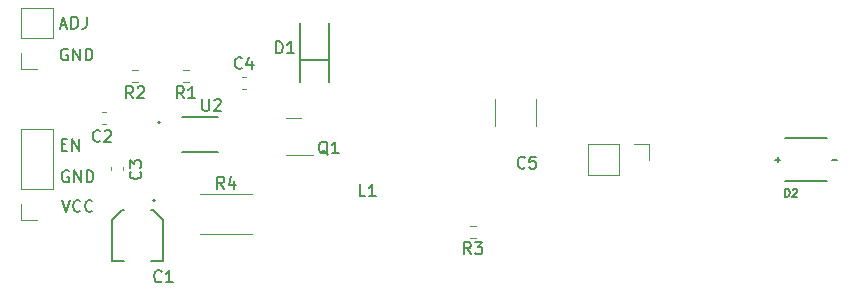
<source format=gbr>
%TF.GenerationSoftware,KiCad,Pcbnew,7.0.10-7.0.10~ubuntu20.04.1*%
%TF.CreationDate,2025-03-29T11:51:34+01:00*%
%TF.ProjectId,uven2-mk3-cc-driver,7576656e-322d-46d6-9b33-2d63632d6472,rev?*%
%TF.SameCoordinates,Original*%
%TF.FileFunction,Legend,Top*%
%TF.FilePolarity,Positive*%
%FSLAX46Y46*%
G04 Gerber Fmt 4.6, Leading zero omitted, Abs format (unit mm)*
G04 Created by KiCad (PCBNEW 7.0.10-7.0.10~ubuntu20.04.1) date 2025-03-29 11:51:34*
%MOMM*%
%LPD*%
G01*
G04 APERTURE LIST*
%ADD10C,0.150000*%
%ADD11C,0.120000*%
%ADD12C,0.200000*%
%ADD13C,0.127000*%
G04 APERTURE END LIST*
D10*
X105070588Y-87637438D02*
X104975350Y-87589819D01*
X104975350Y-87589819D02*
X104832493Y-87589819D01*
X104832493Y-87589819D02*
X104689636Y-87637438D01*
X104689636Y-87637438D02*
X104594398Y-87732676D01*
X104594398Y-87732676D02*
X104546779Y-87827914D01*
X104546779Y-87827914D02*
X104499160Y-88018390D01*
X104499160Y-88018390D02*
X104499160Y-88161247D01*
X104499160Y-88161247D02*
X104546779Y-88351723D01*
X104546779Y-88351723D02*
X104594398Y-88446961D01*
X104594398Y-88446961D02*
X104689636Y-88542200D01*
X104689636Y-88542200D02*
X104832493Y-88589819D01*
X104832493Y-88589819D02*
X104927731Y-88589819D01*
X104927731Y-88589819D02*
X105070588Y-88542200D01*
X105070588Y-88542200D02*
X105118207Y-88494580D01*
X105118207Y-88494580D02*
X105118207Y-88161247D01*
X105118207Y-88161247D02*
X104927731Y-88161247D01*
X105546779Y-88589819D02*
X105546779Y-87589819D01*
X105546779Y-87589819D02*
X106118207Y-88589819D01*
X106118207Y-88589819D02*
X106118207Y-87589819D01*
X106594398Y-88589819D02*
X106594398Y-87589819D01*
X106594398Y-87589819D02*
X106832493Y-87589819D01*
X106832493Y-87589819D02*
X106975350Y-87637438D01*
X106975350Y-87637438D02*
X107070588Y-87732676D01*
X107070588Y-87732676D02*
X107118207Y-87827914D01*
X107118207Y-87827914D02*
X107165826Y-88018390D01*
X107165826Y-88018390D02*
X107165826Y-88161247D01*
X107165826Y-88161247D02*
X107118207Y-88351723D01*
X107118207Y-88351723D02*
X107070588Y-88446961D01*
X107070588Y-88446961D02*
X106975350Y-88542200D01*
X106975350Y-88542200D02*
X106832493Y-88589819D01*
X106832493Y-88589819D02*
X106594398Y-88589819D01*
X104489160Y-85604104D02*
X104965350Y-85604104D01*
X104393922Y-85889819D02*
X104727255Y-84889819D01*
X104727255Y-84889819D02*
X105060588Y-85889819D01*
X105393922Y-85889819D02*
X105393922Y-84889819D01*
X105393922Y-84889819D02*
X105632017Y-84889819D01*
X105632017Y-84889819D02*
X105774874Y-84937438D01*
X105774874Y-84937438D02*
X105870112Y-85032676D01*
X105870112Y-85032676D02*
X105917731Y-85127914D01*
X105917731Y-85127914D02*
X105965350Y-85318390D01*
X105965350Y-85318390D02*
X105965350Y-85461247D01*
X105965350Y-85461247D02*
X105917731Y-85651723D01*
X105917731Y-85651723D02*
X105870112Y-85746961D01*
X105870112Y-85746961D02*
X105774874Y-85842200D01*
X105774874Y-85842200D02*
X105632017Y-85889819D01*
X105632017Y-85889819D02*
X105393922Y-85889819D01*
X106679636Y-84889819D02*
X106679636Y-85604104D01*
X106679636Y-85604104D02*
X106632017Y-85746961D01*
X106632017Y-85746961D02*
X106536779Y-85842200D01*
X106536779Y-85842200D02*
X106393922Y-85889819D01*
X106393922Y-85889819D02*
X106298684Y-85889819D01*
X104566779Y-95696009D02*
X104900112Y-95696009D01*
X105042969Y-96219819D02*
X104566779Y-96219819D01*
X104566779Y-96219819D02*
X104566779Y-95219819D01*
X104566779Y-95219819D02*
X105042969Y-95219819D01*
X105471541Y-96219819D02*
X105471541Y-95219819D01*
X105471541Y-95219819D02*
X106042969Y-96219819D01*
X106042969Y-96219819D02*
X106042969Y-95219819D01*
X105160588Y-97947438D02*
X105065350Y-97899819D01*
X105065350Y-97899819D02*
X104922493Y-97899819D01*
X104922493Y-97899819D02*
X104779636Y-97947438D01*
X104779636Y-97947438D02*
X104684398Y-98042676D01*
X104684398Y-98042676D02*
X104636779Y-98137914D01*
X104636779Y-98137914D02*
X104589160Y-98328390D01*
X104589160Y-98328390D02*
X104589160Y-98471247D01*
X104589160Y-98471247D02*
X104636779Y-98661723D01*
X104636779Y-98661723D02*
X104684398Y-98756961D01*
X104684398Y-98756961D02*
X104779636Y-98852200D01*
X104779636Y-98852200D02*
X104922493Y-98899819D01*
X104922493Y-98899819D02*
X105017731Y-98899819D01*
X105017731Y-98899819D02*
X105160588Y-98852200D01*
X105160588Y-98852200D02*
X105208207Y-98804580D01*
X105208207Y-98804580D02*
X105208207Y-98471247D01*
X105208207Y-98471247D02*
X105017731Y-98471247D01*
X105636779Y-98899819D02*
X105636779Y-97899819D01*
X105636779Y-97899819D02*
X106208207Y-98899819D01*
X106208207Y-98899819D02*
X106208207Y-97899819D01*
X106684398Y-98899819D02*
X106684398Y-97899819D01*
X106684398Y-97899819D02*
X106922493Y-97899819D01*
X106922493Y-97899819D02*
X107065350Y-97947438D01*
X107065350Y-97947438D02*
X107160588Y-98042676D01*
X107160588Y-98042676D02*
X107208207Y-98137914D01*
X107208207Y-98137914D02*
X107255826Y-98328390D01*
X107255826Y-98328390D02*
X107255826Y-98471247D01*
X107255826Y-98471247D02*
X107208207Y-98661723D01*
X107208207Y-98661723D02*
X107160588Y-98756961D01*
X107160588Y-98756961D02*
X107065350Y-98852200D01*
X107065350Y-98852200D02*
X106922493Y-98899819D01*
X106922493Y-98899819D02*
X106684398Y-98899819D01*
X104593922Y-100419819D02*
X104927255Y-101419819D01*
X104927255Y-101419819D02*
X105260588Y-100419819D01*
X106165350Y-101324580D02*
X106117731Y-101372200D01*
X106117731Y-101372200D02*
X105974874Y-101419819D01*
X105974874Y-101419819D02*
X105879636Y-101419819D01*
X105879636Y-101419819D02*
X105736779Y-101372200D01*
X105736779Y-101372200D02*
X105641541Y-101276961D01*
X105641541Y-101276961D02*
X105593922Y-101181723D01*
X105593922Y-101181723D02*
X105546303Y-100991247D01*
X105546303Y-100991247D02*
X105546303Y-100848390D01*
X105546303Y-100848390D02*
X105593922Y-100657914D01*
X105593922Y-100657914D02*
X105641541Y-100562676D01*
X105641541Y-100562676D02*
X105736779Y-100467438D01*
X105736779Y-100467438D02*
X105879636Y-100419819D01*
X105879636Y-100419819D02*
X105974874Y-100419819D01*
X105974874Y-100419819D02*
X106117731Y-100467438D01*
X106117731Y-100467438D02*
X106165350Y-100515057D01*
X107165350Y-101324580D02*
X107117731Y-101372200D01*
X107117731Y-101372200D02*
X106974874Y-101419819D01*
X106974874Y-101419819D02*
X106879636Y-101419819D01*
X106879636Y-101419819D02*
X106736779Y-101372200D01*
X106736779Y-101372200D02*
X106641541Y-101276961D01*
X106641541Y-101276961D02*
X106593922Y-101181723D01*
X106593922Y-101181723D02*
X106546303Y-100991247D01*
X106546303Y-100991247D02*
X106546303Y-100848390D01*
X106546303Y-100848390D02*
X106593922Y-100657914D01*
X106593922Y-100657914D02*
X106641541Y-100562676D01*
X106641541Y-100562676D02*
X106736779Y-100467438D01*
X106736779Y-100467438D02*
X106879636Y-100419819D01*
X106879636Y-100419819D02*
X106974874Y-100419819D01*
X106974874Y-100419819D02*
X107117731Y-100467438D01*
X107117731Y-100467438D02*
X107165350Y-100515057D01*
X118333333Y-99434819D02*
X118000000Y-98958628D01*
X117761905Y-99434819D02*
X117761905Y-98434819D01*
X117761905Y-98434819D02*
X118142857Y-98434819D01*
X118142857Y-98434819D02*
X118238095Y-98482438D01*
X118238095Y-98482438D02*
X118285714Y-98530057D01*
X118285714Y-98530057D02*
X118333333Y-98625295D01*
X118333333Y-98625295D02*
X118333333Y-98768152D01*
X118333333Y-98768152D02*
X118285714Y-98863390D01*
X118285714Y-98863390D02*
X118238095Y-98911009D01*
X118238095Y-98911009D02*
X118142857Y-98958628D01*
X118142857Y-98958628D02*
X117761905Y-98958628D01*
X119190476Y-98768152D02*
X119190476Y-99434819D01*
X118952381Y-98387200D02*
X118714286Y-99101485D01*
X118714286Y-99101485D02*
X119333333Y-99101485D01*
X139233333Y-104984819D02*
X138900000Y-104508628D01*
X138661905Y-104984819D02*
X138661905Y-103984819D01*
X138661905Y-103984819D02*
X139042857Y-103984819D01*
X139042857Y-103984819D02*
X139138095Y-104032438D01*
X139138095Y-104032438D02*
X139185714Y-104080057D01*
X139185714Y-104080057D02*
X139233333Y-104175295D01*
X139233333Y-104175295D02*
X139233333Y-104318152D01*
X139233333Y-104318152D02*
X139185714Y-104413390D01*
X139185714Y-104413390D02*
X139138095Y-104461009D01*
X139138095Y-104461009D02*
X139042857Y-104508628D01*
X139042857Y-104508628D02*
X138661905Y-104508628D01*
X139566667Y-103984819D02*
X140185714Y-103984819D01*
X140185714Y-103984819D02*
X139852381Y-104365771D01*
X139852381Y-104365771D02*
X139995238Y-104365771D01*
X139995238Y-104365771D02*
X140090476Y-104413390D01*
X140090476Y-104413390D02*
X140138095Y-104461009D01*
X140138095Y-104461009D02*
X140185714Y-104556247D01*
X140185714Y-104556247D02*
X140185714Y-104794342D01*
X140185714Y-104794342D02*
X140138095Y-104889580D01*
X140138095Y-104889580D02*
X140090476Y-104937200D01*
X140090476Y-104937200D02*
X139995238Y-104984819D01*
X139995238Y-104984819D02*
X139709524Y-104984819D01*
X139709524Y-104984819D02*
X139614286Y-104937200D01*
X139614286Y-104937200D02*
X139566667Y-104889580D01*
X110633333Y-91784819D02*
X110300000Y-91308628D01*
X110061905Y-91784819D02*
X110061905Y-90784819D01*
X110061905Y-90784819D02*
X110442857Y-90784819D01*
X110442857Y-90784819D02*
X110538095Y-90832438D01*
X110538095Y-90832438D02*
X110585714Y-90880057D01*
X110585714Y-90880057D02*
X110633333Y-90975295D01*
X110633333Y-90975295D02*
X110633333Y-91118152D01*
X110633333Y-91118152D02*
X110585714Y-91213390D01*
X110585714Y-91213390D02*
X110538095Y-91261009D01*
X110538095Y-91261009D02*
X110442857Y-91308628D01*
X110442857Y-91308628D02*
X110061905Y-91308628D01*
X111014286Y-90880057D02*
X111061905Y-90832438D01*
X111061905Y-90832438D02*
X111157143Y-90784819D01*
X111157143Y-90784819D02*
X111395238Y-90784819D01*
X111395238Y-90784819D02*
X111490476Y-90832438D01*
X111490476Y-90832438D02*
X111538095Y-90880057D01*
X111538095Y-90880057D02*
X111585714Y-90975295D01*
X111585714Y-90975295D02*
X111585714Y-91070533D01*
X111585714Y-91070533D02*
X111538095Y-91213390D01*
X111538095Y-91213390D02*
X110966667Y-91784819D01*
X110966667Y-91784819D02*
X111585714Y-91784819D01*
X114920833Y-91784819D02*
X114587500Y-91308628D01*
X114349405Y-91784819D02*
X114349405Y-90784819D01*
X114349405Y-90784819D02*
X114730357Y-90784819D01*
X114730357Y-90784819D02*
X114825595Y-90832438D01*
X114825595Y-90832438D02*
X114873214Y-90880057D01*
X114873214Y-90880057D02*
X114920833Y-90975295D01*
X114920833Y-90975295D02*
X114920833Y-91118152D01*
X114920833Y-91118152D02*
X114873214Y-91213390D01*
X114873214Y-91213390D02*
X114825595Y-91261009D01*
X114825595Y-91261009D02*
X114730357Y-91308628D01*
X114730357Y-91308628D02*
X114349405Y-91308628D01*
X115873214Y-91784819D02*
X115301786Y-91784819D01*
X115587500Y-91784819D02*
X115587500Y-90784819D01*
X115587500Y-90784819D02*
X115492262Y-90927676D01*
X115492262Y-90927676D02*
X115397024Y-91022914D01*
X115397024Y-91022914D02*
X115301786Y-91070533D01*
X107833333Y-95389580D02*
X107785714Y-95437200D01*
X107785714Y-95437200D02*
X107642857Y-95484819D01*
X107642857Y-95484819D02*
X107547619Y-95484819D01*
X107547619Y-95484819D02*
X107404762Y-95437200D01*
X107404762Y-95437200D02*
X107309524Y-95341961D01*
X107309524Y-95341961D02*
X107261905Y-95246723D01*
X107261905Y-95246723D02*
X107214286Y-95056247D01*
X107214286Y-95056247D02*
X107214286Y-94913390D01*
X107214286Y-94913390D02*
X107261905Y-94722914D01*
X107261905Y-94722914D02*
X107309524Y-94627676D01*
X107309524Y-94627676D02*
X107404762Y-94532438D01*
X107404762Y-94532438D02*
X107547619Y-94484819D01*
X107547619Y-94484819D02*
X107642857Y-94484819D01*
X107642857Y-94484819D02*
X107785714Y-94532438D01*
X107785714Y-94532438D02*
X107833333Y-94580057D01*
X108214286Y-94580057D02*
X108261905Y-94532438D01*
X108261905Y-94532438D02*
X108357143Y-94484819D01*
X108357143Y-94484819D02*
X108595238Y-94484819D01*
X108595238Y-94484819D02*
X108690476Y-94532438D01*
X108690476Y-94532438D02*
X108738095Y-94580057D01*
X108738095Y-94580057D02*
X108785714Y-94675295D01*
X108785714Y-94675295D02*
X108785714Y-94770533D01*
X108785714Y-94770533D02*
X108738095Y-94913390D01*
X108738095Y-94913390D02*
X108166667Y-95484819D01*
X108166667Y-95484819D02*
X108785714Y-95484819D01*
X122721905Y-87974819D02*
X122721905Y-86974819D01*
X122721905Y-86974819D02*
X122960000Y-86974819D01*
X122960000Y-86974819D02*
X123102857Y-87022438D01*
X123102857Y-87022438D02*
X123198095Y-87117676D01*
X123198095Y-87117676D02*
X123245714Y-87212914D01*
X123245714Y-87212914D02*
X123293333Y-87403390D01*
X123293333Y-87403390D02*
X123293333Y-87546247D01*
X123293333Y-87546247D02*
X123245714Y-87736723D01*
X123245714Y-87736723D02*
X123198095Y-87831961D01*
X123198095Y-87831961D02*
X123102857Y-87927200D01*
X123102857Y-87927200D02*
X122960000Y-87974819D01*
X122960000Y-87974819D02*
X122721905Y-87974819D01*
X124245714Y-87974819D02*
X123674286Y-87974819D01*
X123960000Y-87974819D02*
X123960000Y-86974819D01*
X123960000Y-86974819D02*
X123864762Y-87117676D01*
X123864762Y-87117676D02*
X123769524Y-87212914D01*
X123769524Y-87212914D02*
X123674286Y-87260533D01*
X113033333Y-107269580D02*
X112985714Y-107317200D01*
X112985714Y-107317200D02*
X112842857Y-107364819D01*
X112842857Y-107364819D02*
X112747619Y-107364819D01*
X112747619Y-107364819D02*
X112604762Y-107317200D01*
X112604762Y-107317200D02*
X112509524Y-107221961D01*
X112509524Y-107221961D02*
X112461905Y-107126723D01*
X112461905Y-107126723D02*
X112414286Y-106936247D01*
X112414286Y-106936247D02*
X112414286Y-106793390D01*
X112414286Y-106793390D02*
X112461905Y-106602914D01*
X112461905Y-106602914D02*
X112509524Y-106507676D01*
X112509524Y-106507676D02*
X112604762Y-106412438D01*
X112604762Y-106412438D02*
X112747619Y-106364819D01*
X112747619Y-106364819D02*
X112842857Y-106364819D01*
X112842857Y-106364819D02*
X112985714Y-106412438D01*
X112985714Y-106412438D02*
X113033333Y-106460057D01*
X113985714Y-107364819D02*
X113414286Y-107364819D01*
X113700000Y-107364819D02*
X113700000Y-106364819D01*
X113700000Y-106364819D02*
X113604762Y-106507676D01*
X113604762Y-106507676D02*
X113509524Y-106602914D01*
X113509524Y-106602914D02*
X113414286Y-106650533D01*
X116488095Y-91854819D02*
X116488095Y-92664342D01*
X116488095Y-92664342D02*
X116535714Y-92759580D01*
X116535714Y-92759580D02*
X116583333Y-92807200D01*
X116583333Y-92807200D02*
X116678571Y-92854819D01*
X116678571Y-92854819D02*
X116869047Y-92854819D01*
X116869047Y-92854819D02*
X116964285Y-92807200D01*
X116964285Y-92807200D02*
X117011904Y-92759580D01*
X117011904Y-92759580D02*
X117059523Y-92664342D01*
X117059523Y-92664342D02*
X117059523Y-91854819D01*
X117488095Y-91950057D02*
X117535714Y-91902438D01*
X117535714Y-91902438D02*
X117630952Y-91854819D01*
X117630952Y-91854819D02*
X117869047Y-91854819D01*
X117869047Y-91854819D02*
X117964285Y-91902438D01*
X117964285Y-91902438D02*
X118011904Y-91950057D01*
X118011904Y-91950057D02*
X118059523Y-92045295D01*
X118059523Y-92045295D02*
X118059523Y-92140533D01*
X118059523Y-92140533D02*
X118011904Y-92283390D01*
X118011904Y-92283390D02*
X117440476Y-92854819D01*
X117440476Y-92854819D02*
X118059523Y-92854819D01*
X165857618Y-100118276D02*
X165857618Y-99478276D01*
X165857618Y-99478276D02*
X166009999Y-99478276D01*
X166009999Y-99478276D02*
X166101428Y-99508752D01*
X166101428Y-99508752D02*
X166162380Y-99569704D01*
X166162380Y-99569704D02*
X166192857Y-99630657D01*
X166192857Y-99630657D02*
X166223333Y-99752561D01*
X166223333Y-99752561D02*
X166223333Y-99843990D01*
X166223333Y-99843990D02*
X166192857Y-99965895D01*
X166192857Y-99965895D02*
X166162380Y-100026847D01*
X166162380Y-100026847D02*
X166101428Y-100087800D01*
X166101428Y-100087800D02*
X166009999Y-100118276D01*
X166009999Y-100118276D02*
X165857618Y-100118276D01*
X166467142Y-99539228D02*
X166497618Y-99508752D01*
X166497618Y-99508752D02*
X166558571Y-99478276D01*
X166558571Y-99478276D02*
X166710952Y-99478276D01*
X166710952Y-99478276D02*
X166771904Y-99508752D01*
X166771904Y-99508752D02*
X166802380Y-99539228D01*
X166802380Y-99539228D02*
X166832857Y-99600180D01*
X166832857Y-99600180D02*
X166832857Y-99661133D01*
X166832857Y-99661133D02*
X166802380Y-99752561D01*
X166802380Y-99752561D02*
X166436666Y-100118276D01*
X166436666Y-100118276D02*
X166832857Y-100118276D01*
X130293333Y-100084819D02*
X129817143Y-100084819D01*
X129817143Y-100084819D02*
X129817143Y-99084819D01*
X131150476Y-100084819D02*
X130579048Y-100084819D01*
X130864762Y-100084819D02*
X130864762Y-99084819D01*
X130864762Y-99084819D02*
X130769524Y-99227676D01*
X130769524Y-99227676D02*
X130674286Y-99322914D01*
X130674286Y-99322914D02*
X130579048Y-99370533D01*
X127114761Y-96560057D02*
X127019523Y-96512438D01*
X127019523Y-96512438D02*
X126924285Y-96417200D01*
X126924285Y-96417200D02*
X126781428Y-96274342D01*
X126781428Y-96274342D02*
X126686190Y-96226723D01*
X126686190Y-96226723D02*
X126590952Y-96226723D01*
X126638571Y-96464819D02*
X126543333Y-96417200D01*
X126543333Y-96417200D02*
X126448095Y-96321961D01*
X126448095Y-96321961D02*
X126400476Y-96131485D01*
X126400476Y-96131485D02*
X126400476Y-95798152D01*
X126400476Y-95798152D02*
X126448095Y-95607676D01*
X126448095Y-95607676D02*
X126543333Y-95512438D01*
X126543333Y-95512438D02*
X126638571Y-95464819D01*
X126638571Y-95464819D02*
X126829047Y-95464819D01*
X126829047Y-95464819D02*
X126924285Y-95512438D01*
X126924285Y-95512438D02*
X127019523Y-95607676D01*
X127019523Y-95607676D02*
X127067142Y-95798152D01*
X127067142Y-95798152D02*
X127067142Y-96131485D01*
X127067142Y-96131485D02*
X127019523Y-96321961D01*
X127019523Y-96321961D02*
X126924285Y-96417200D01*
X126924285Y-96417200D02*
X126829047Y-96464819D01*
X126829047Y-96464819D02*
X126638571Y-96464819D01*
X128019523Y-96464819D02*
X127448095Y-96464819D01*
X127733809Y-96464819D02*
X127733809Y-95464819D01*
X127733809Y-95464819D02*
X127638571Y-95607676D01*
X127638571Y-95607676D02*
X127543333Y-95702914D01*
X127543333Y-95702914D02*
X127448095Y-95750533D01*
X143803333Y-97649580D02*
X143755714Y-97697200D01*
X143755714Y-97697200D02*
X143612857Y-97744819D01*
X143612857Y-97744819D02*
X143517619Y-97744819D01*
X143517619Y-97744819D02*
X143374762Y-97697200D01*
X143374762Y-97697200D02*
X143279524Y-97601961D01*
X143279524Y-97601961D02*
X143231905Y-97506723D01*
X143231905Y-97506723D02*
X143184286Y-97316247D01*
X143184286Y-97316247D02*
X143184286Y-97173390D01*
X143184286Y-97173390D02*
X143231905Y-96982914D01*
X143231905Y-96982914D02*
X143279524Y-96887676D01*
X143279524Y-96887676D02*
X143374762Y-96792438D01*
X143374762Y-96792438D02*
X143517619Y-96744819D01*
X143517619Y-96744819D02*
X143612857Y-96744819D01*
X143612857Y-96744819D02*
X143755714Y-96792438D01*
X143755714Y-96792438D02*
X143803333Y-96840057D01*
X144708095Y-96744819D02*
X144231905Y-96744819D01*
X144231905Y-96744819D02*
X144184286Y-97221009D01*
X144184286Y-97221009D02*
X144231905Y-97173390D01*
X144231905Y-97173390D02*
X144327143Y-97125771D01*
X144327143Y-97125771D02*
X144565238Y-97125771D01*
X144565238Y-97125771D02*
X144660476Y-97173390D01*
X144660476Y-97173390D02*
X144708095Y-97221009D01*
X144708095Y-97221009D02*
X144755714Y-97316247D01*
X144755714Y-97316247D02*
X144755714Y-97554342D01*
X144755714Y-97554342D02*
X144708095Y-97649580D01*
X144708095Y-97649580D02*
X144660476Y-97697200D01*
X144660476Y-97697200D02*
X144565238Y-97744819D01*
X144565238Y-97744819D02*
X144327143Y-97744819D01*
X144327143Y-97744819D02*
X144231905Y-97697200D01*
X144231905Y-97697200D02*
X144184286Y-97649580D01*
X111229580Y-97996666D02*
X111277200Y-98044285D01*
X111277200Y-98044285D02*
X111324819Y-98187142D01*
X111324819Y-98187142D02*
X111324819Y-98282380D01*
X111324819Y-98282380D02*
X111277200Y-98425237D01*
X111277200Y-98425237D02*
X111181961Y-98520475D01*
X111181961Y-98520475D02*
X111086723Y-98568094D01*
X111086723Y-98568094D02*
X110896247Y-98615713D01*
X110896247Y-98615713D02*
X110753390Y-98615713D01*
X110753390Y-98615713D02*
X110562914Y-98568094D01*
X110562914Y-98568094D02*
X110467676Y-98520475D01*
X110467676Y-98520475D02*
X110372438Y-98425237D01*
X110372438Y-98425237D02*
X110324819Y-98282380D01*
X110324819Y-98282380D02*
X110324819Y-98187142D01*
X110324819Y-98187142D02*
X110372438Y-98044285D01*
X110372438Y-98044285D02*
X110420057Y-97996666D01*
X110324819Y-97663332D02*
X110324819Y-97044285D01*
X110324819Y-97044285D02*
X110705771Y-97377618D01*
X110705771Y-97377618D02*
X110705771Y-97234761D01*
X110705771Y-97234761D02*
X110753390Y-97139523D01*
X110753390Y-97139523D02*
X110801009Y-97091904D01*
X110801009Y-97091904D02*
X110896247Y-97044285D01*
X110896247Y-97044285D02*
X111134342Y-97044285D01*
X111134342Y-97044285D02*
X111229580Y-97091904D01*
X111229580Y-97091904D02*
X111277200Y-97139523D01*
X111277200Y-97139523D02*
X111324819Y-97234761D01*
X111324819Y-97234761D02*
X111324819Y-97520475D01*
X111324819Y-97520475D02*
X111277200Y-97615713D01*
X111277200Y-97615713D02*
X111229580Y-97663332D01*
X119843333Y-89219580D02*
X119795714Y-89267200D01*
X119795714Y-89267200D02*
X119652857Y-89314819D01*
X119652857Y-89314819D02*
X119557619Y-89314819D01*
X119557619Y-89314819D02*
X119414762Y-89267200D01*
X119414762Y-89267200D02*
X119319524Y-89171961D01*
X119319524Y-89171961D02*
X119271905Y-89076723D01*
X119271905Y-89076723D02*
X119224286Y-88886247D01*
X119224286Y-88886247D02*
X119224286Y-88743390D01*
X119224286Y-88743390D02*
X119271905Y-88552914D01*
X119271905Y-88552914D02*
X119319524Y-88457676D01*
X119319524Y-88457676D02*
X119414762Y-88362438D01*
X119414762Y-88362438D02*
X119557619Y-88314819D01*
X119557619Y-88314819D02*
X119652857Y-88314819D01*
X119652857Y-88314819D02*
X119795714Y-88362438D01*
X119795714Y-88362438D02*
X119843333Y-88410057D01*
X120700476Y-88648152D02*
X120700476Y-89314819D01*
X120462381Y-88267200D02*
X120224286Y-88981485D01*
X120224286Y-88981485D02*
X120843333Y-88981485D01*
D11*
%TO.C,R4*%
X116322936Y-99890000D02*
X120677064Y-99890000D01*
X116322936Y-103310000D02*
X120677064Y-103310000D01*
%TO.C,R3*%
X139654724Y-103622500D02*
X139145276Y-103622500D01*
X139654724Y-102577500D02*
X139145276Y-102577500D01*
%TO.C,R2*%
X111054724Y-90422500D02*
X110545276Y-90422500D01*
X111054724Y-89377500D02*
X110545276Y-89377500D01*
%TO.C,R1*%
X115342224Y-90422500D02*
X114832776Y-90422500D01*
X115342224Y-89377500D02*
X114832776Y-89377500D01*
%TO.C,C2*%
X108003733Y-92940000D02*
X108296267Y-92940000D01*
X108003733Y-93960000D02*
X108296267Y-93960000D01*
%TO.C,J3*%
X154330000Y-95670000D02*
X154330000Y-97000000D01*
X153000000Y-95670000D02*
X154330000Y-95670000D01*
X151730000Y-95670000D02*
X149130000Y-95670000D01*
X151730000Y-95670000D02*
X151730000Y-98330000D01*
X149130000Y-95670000D02*
X149130000Y-98330000D01*
X151730000Y-98330000D02*
X149130000Y-98330000D01*
D12*
%TO.C,D1*%
X127230000Y-90395000D02*
X127230000Y-85445000D01*
D13*
X124780000Y-88520000D02*
X127180000Y-88520000D01*
D12*
X124730000Y-85445000D02*
X124730000Y-90395000D01*
D13*
%TO.C,C1*%
X112300000Y-101250000D02*
X113150000Y-102100000D01*
X112150000Y-101250000D02*
X112300000Y-101250000D01*
X109850000Y-101250000D02*
X109700000Y-101250000D01*
X109700000Y-101250000D02*
X108850000Y-102100000D01*
X113150000Y-102100000D02*
X113150000Y-105550000D01*
X108850000Y-102100000D02*
X108850000Y-105550000D01*
X113150000Y-105550000D02*
X112150000Y-105550000D01*
X108850000Y-105550000D02*
X109850000Y-105550000D01*
D12*
X112500000Y-100450000D02*
G75*
G03*
X112300000Y-100450000I-100000J0D01*
G01*
X112300000Y-100450000D02*
G75*
G03*
X112500000Y-100450000I100000J0D01*
G01*
D13*
%TO.C,U2*%
X114800000Y-96350000D02*
X117800000Y-96350000D01*
X117800000Y-93350000D02*
X114800000Y-93350000D01*
D12*
X112900000Y-93850000D02*
G75*
G03*
X112700000Y-93850000I-100000J0D01*
G01*
X112700000Y-93850000D02*
G75*
G03*
X112900000Y-93850000I100000J0D01*
G01*
D13*
%TO.C,D2*%
X170210000Y-97000000D02*
X169810000Y-97000000D01*
X169360000Y-98833500D02*
X165860000Y-98833500D01*
X165860000Y-95166500D02*
X169360000Y-95166500D01*
X165410000Y-97000000D02*
X165010000Y-97000000D01*
X165210000Y-97200000D02*
X165210000Y-96800000D01*
D11*
%TO.C,Q1*%
X124187500Y-96560000D02*
X125862500Y-96560000D01*
X124187500Y-96560000D02*
X123537500Y-96560000D01*
X124187500Y-93440000D02*
X124837500Y-93440000D01*
X124187500Y-93440000D02*
X123537500Y-93440000D01*
%TO.C,J2*%
X103805000Y-86730000D02*
X103805000Y-84130000D01*
X103805000Y-86730000D02*
X101145000Y-86730000D01*
X103805000Y-84130000D02*
X101145000Y-84130000D01*
X102475000Y-89330000D02*
X101145000Y-89330000D01*
X101145000Y-89330000D02*
X101145000Y-88000000D01*
X101145000Y-86730000D02*
X101145000Y-84130000D01*
%TO.C,C5*%
X141290000Y-94161252D02*
X141290000Y-91838748D01*
X144710000Y-94161252D02*
X144710000Y-91838748D01*
%TO.C,C3*%
X109760000Y-97603733D02*
X109760000Y-97896267D01*
X108740000Y-97603733D02*
X108740000Y-97896267D01*
%TO.C,J1*%
X103805000Y-99505000D02*
X103805000Y-94365000D01*
X103805000Y-99505000D02*
X101145000Y-99505000D01*
X103805000Y-94365000D02*
X101145000Y-94365000D01*
X102475000Y-102105000D02*
X101145000Y-102105000D01*
X101145000Y-102105000D02*
X101145000Y-100775000D01*
X101145000Y-99505000D02*
X101145000Y-94365000D01*
%TO.C,C4*%
X119853733Y-89990000D02*
X120146267Y-89990000D01*
X119853733Y-91010000D02*
X120146267Y-91010000D01*
%TD*%
M02*

</source>
